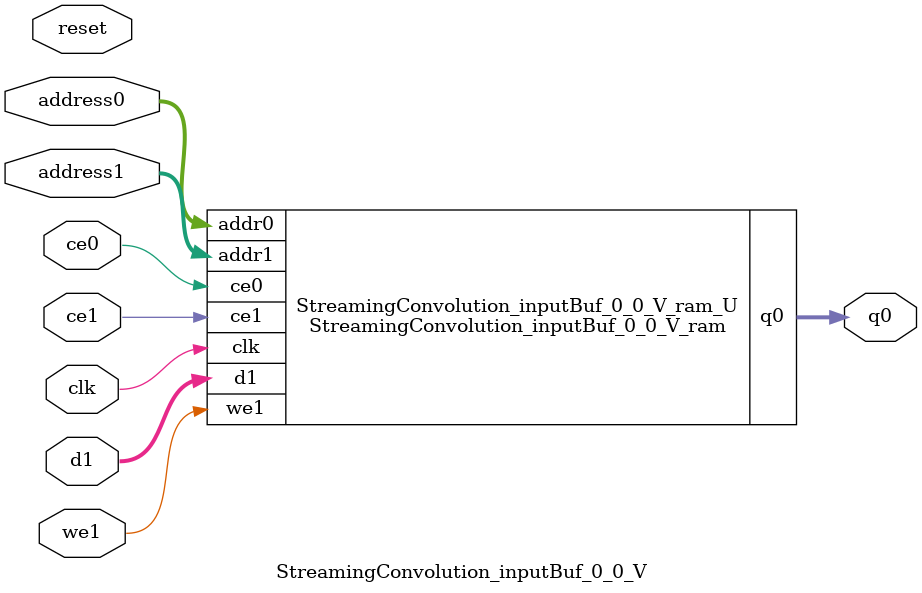
<source format=v>
`timescale 1 ns / 1 ps
module StreamingConvolution_inputBuf_0_0_V_ram (addr0, ce0, q0, addr1, ce1, d1, we1,  clk);

parameter DWIDTH = 64;
parameter AWIDTH = 5;
parameter MEM_SIZE = 30;

input[AWIDTH-1:0] addr0;
input ce0;
output reg[DWIDTH-1:0] q0;
input[AWIDTH-1:0] addr1;
input ce1;
input[DWIDTH-1:0] d1;
input we1;
input clk;

reg [DWIDTH-1:0] ram[0:MEM_SIZE-1];




always @(posedge clk)  
begin 
    if (ce0) 
    begin
        q0 <= ram[addr0];
    end
end


always @(posedge clk)  
begin 
    if (ce1) 
    begin
        if (we1) 
        begin 
            ram[addr1] <= d1; 
        end 
    end
end


endmodule

`timescale 1 ns / 1 ps
module StreamingConvolution_inputBuf_0_0_V(
    reset,
    clk,
    address0,
    ce0,
    q0,
    address1,
    ce1,
    we1,
    d1);

parameter DataWidth = 32'd64;
parameter AddressRange = 32'd30;
parameter AddressWidth = 32'd5;
input reset;
input clk;
input[AddressWidth - 1:0] address0;
input ce0;
output[DataWidth - 1:0] q0;
input[AddressWidth - 1:0] address1;
input ce1;
input we1;
input[DataWidth - 1:0] d1;



StreamingConvolution_inputBuf_0_0_V_ram StreamingConvolution_inputBuf_0_0_V_ram_U(
    .clk( clk ),
    .addr0( address0 ),
    .ce0( ce0 ),
    .q0( q0 ),
    .addr1( address1 ),
    .ce1( ce1 ),
    .we1( we1 ),
    .d1( d1 ));

endmodule


</source>
